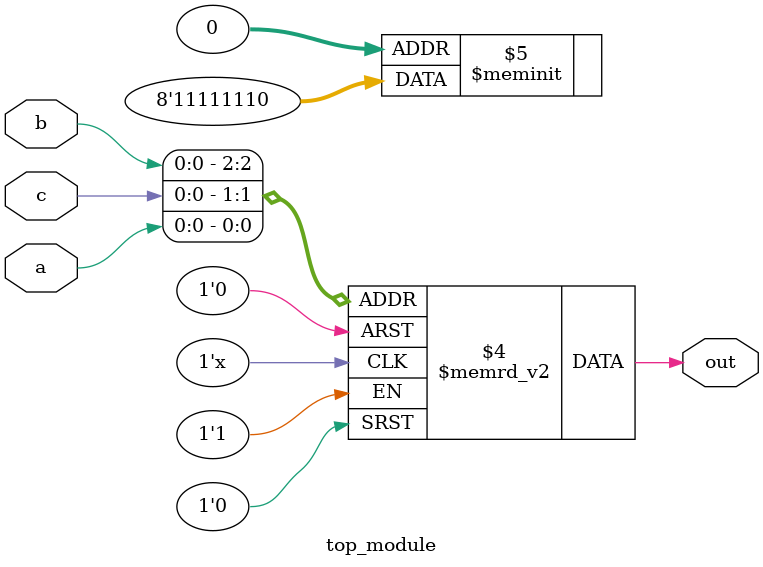
<source format=v>
module top_module(
    input a,
    input b,
    input c,
    output reg out  );

    always @(*) begin
        case ({b,c,a})
            3'b000: out = 1'b0;
            3'b001: out = 1'b1;
            3'b010: out = 1'b1;
            3'b011: out = 1'b1;
            3'b110: out = 1'b1;
            3'b111: out = 1'b1;
            3'b100: out = 1'b1;
            3'b101: out = 1'b1;
            default: out = 1'b0;
        endcase
    end 
    
   

endmodule
</source>
